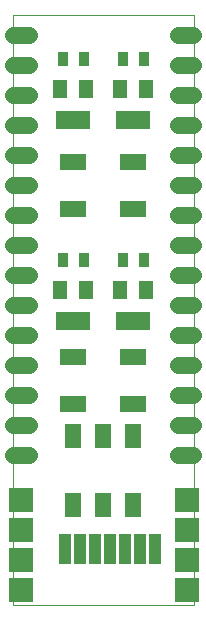
<source format=gts>
G75*
%MOIN*%
%OFA0B0*%
%FSLAX24Y24*%
%IPPOS*%
%LPD*%
%AMOC8*
5,1,8,0,0,1.08239X$1,22.5*
%
%ADD10C,0.0000*%
%ADD11R,0.0867X0.0540*%
%ADD12C,0.0555*%
%ADD13R,0.0540X0.0840*%
%ADD14R,0.1142X0.0591*%
%ADD15R,0.0512X0.0591*%
%ADD16R,0.0355X0.0512*%
%ADD17R,0.0840X0.0840*%
%ADD18R,0.0394X0.1024*%
D10*
X000505Y005297D02*
X000505Y024982D01*
X006525Y024982D01*
X006525Y005297D01*
X000505Y005297D01*
D11*
X002505Y012018D03*
X002505Y013577D03*
X002505Y018518D03*
X002505Y020077D03*
X004505Y020077D03*
X004505Y018518D03*
X004505Y013577D03*
X004505Y012018D03*
D12*
X005990Y012297D02*
X006505Y012297D01*
X006505Y011297D02*
X005990Y011297D01*
X005990Y010297D02*
X006505Y010297D01*
X006505Y013297D02*
X005990Y013297D01*
X005990Y014297D02*
X006505Y014297D01*
X006505Y015297D02*
X005990Y015297D01*
X005990Y016297D02*
X006505Y016297D01*
X006505Y017297D02*
X005990Y017297D01*
X005990Y018297D02*
X006505Y018297D01*
X006505Y019297D02*
X005990Y019297D01*
X005990Y020297D02*
X006505Y020297D01*
X006505Y021297D02*
X005990Y021297D01*
X005990Y022297D02*
X006505Y022297D01*
X006505Y023297D02*
X005990Y023297D01*
X005990Y024297D02*
X006505Y024297D01*
X001020Y024297D02*
X000505Y024297D01*
X000505Y023297D02*
X001020Y023297D01*
X001020Y022297D02*
X000505Y022297D01*
X000505Y021297D02*
X001020Y021297D01*
X001020Y020297D02*
X000505Y020297D01*
X000505Y019297D02*
X001020Y019297D01*
X001020Y018297D02*
X000505Y018297D01*
X000505Y017297D02*
X001020Y017297D01*
X001020Y016297D02*
X000505Y016297D01*
X000505Y015297D02*
X001020Y015297D01*
X001020Y014297D02*
X000505Y014297D01*
X000505Y013297D02*
X001020Y013297D01*
X001020Y012297D02*
X000505Y012297D01*
X000505Y011297D02*
X001020Y011297D01*
X001020Y010297D02*
X000505Y010297D01*
D13*
X002505Y010947D03*
X002505Y008647D03*
X003505Y008647D03*
X003505Y010947D03*
X004505Y010947D03*
X004505Y008647D03*
D14*
X004505Y014785D03*
X004505Y021485D03*
X002505Y021485D03*
X002505Y014785D03*
D15*
X002072Y015809D03*
X002938Y015809D03*
X004072Y015809D03*
X004938Y015809D03*
X004938Y022509D03*
X004072Y022509D03*
X002938Y022509D03*
X002072Y022509D03*
D16*
X002151Y023497D03*
X002859Y023497D03*
X004151Y023497D03*
X004859Y023497D03*
X004859Y016797D03*
X004151Y016797D03*
X002859Y016797D03*
X002151Y016797D03*
D17*
X000755Y008797D03*
X000755Y007797D03*
X000755Y006797D03*
X000755Y005797D03*
X006305Y005797D03*
X006305Y006797D03*
X006305Y007797D03*
X006305Y008797D03*
D18*
X005215Y007172D03*
X004715Y007172D03*
X004215Y007172D03*
X003715Y007172D03*
X003215Y007172D03*
X002715Y007172D03*
X002215Y007172D03*
M02*

</source>
